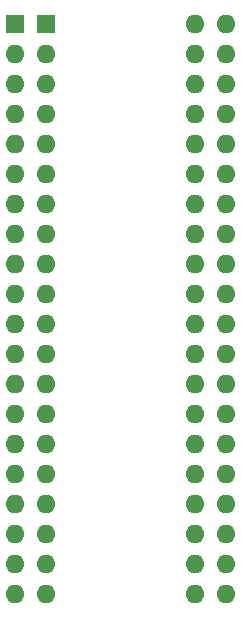
<source format=gbr>
%TF.GenerationSoftware,KiCad,Pcbnew,7.0.2-0*%
%TF.CreationDate,2024-12-31T08:54:24-08:00*%
%TF.ProjectId,rev2_x_ay_interposer,72657632-5f78-45f6-9179-5f696e746572,1.0*%
%TF.SameCoordinates,Original*%
%TF.FileFunction,Soldermask,Bot*%
%TF.FilePolarity,Negative*%
%FSLAX46Y46*%
G04 Gerber Fmt 4.6, Leading zero omitted, Abs format (unit mm)*
G04 Created by KiCad (PCBNEW 7.0.2-0) date 2024-12-31 08:54:24*
%MOMM*%
%LPD*%
G01*
G04 APERTURE LIST*
%ADD10R,1.600000X1.600000*%
%ADD11O,1.600000X1.600000*%
G04 APERTURE END LIST*
D10*
%TO.C,U101*%
X139446000Y-39826400D03*
D11*
X139446000Y-42366400D03*
X139446000Y-44906400D03*
X139446000Y-47446400D03*
X139446000Y-49986400D03*
X139446000Y-52526400D03*
X139446000Y-55066400D03*
X139446000Y-57606400D03*
X139446000Y-60146400D03*
X139446000Y-62686400D03*
X139446000Y-65226400D03*
X139446000Y-67766400D03*
X139446000Y-70306400D03*
X139446000Y-72846400D03*
X139446000Y-75386400D03*
X139446000Y-77926400D03*
X139446000Y-80466400D03*
X139446000Y-83006400D03*
X139446000Y-85546400D03*
X139446000Y-88086400D03*
X154686000Y-88086400D03*
X154686000Y-85546400D03*
X154686000Y-83006400D03*
X154686000Y-80466400D03*
X154686000Y-77926400D03*
X154686000Y-75386400D03*
X154686000Y-72846400D03*
X154686000Y-70306400D03*
X154686000Y-67766400D03*
X154686000Y-65226400D03*
X154686000Y-62686400D03*
X154686000Y-60146400D03*
X154686000Y-57606400D03*
X154686000Y-55066400D03*
X154686000Y-52526400D03*
X154686000Y-49986400D03*
X154686000Y-47446400D03*
X154686000Y-44906400D03*
X154686000Y-42366400D03*
X154686000Y-39826400D03*
%TD*%
D10*
%TO.C,U102*%
X136878200Y-39826400D03*
D11*
X136878200Y-42366400D03*
X136878200Y-44906400D03*
X136878200Y-47446400D03*
X136878200Y-49986400D03*
X136878200Y-52526400D03*
X136878200Y-55066400D03*
X136878200Y-57606400D03*
X136878200Y-60146400D03*
X136878200Y-62686400D03*
X136878200Y-65226400D03*
X136878200Y-67766400D03*
X136878200Y-70306400D03*
X136878200Y-72846400D03*
X136878200Y-75386400D03*
X136878200Y-77926400D03*
X136878200Y-80466400D03*
X136878200Y-83006400D03*
X136878200Y-85546400D03*
X136878200Y-88086400D03*
X152118200Y-88086400D03*
X152118200Y-85546400D03*
X152118200Y-83006400D03*
X152118200Y-80466400D03*
X152118200Y-77926400D03*
X152118200Y-75386400D03*
X152118200Y-72846400D03*
X152118200Y-70306400D03*
X152118200Y-67766400D03*
X152118200Y-65226400D03*
X152118200Y-62686400D03*
X152118200Y-60146400D03*
X152118200Y-57606400D03*
X152118200Y-55066400D03*
X152118200Y-52526400D03*
X152118200Y-49986400D03*
X152118200Y-47446400D03*
X152118200Y-44906400D03*
X152118200Y-42366400D03*
X152118200Y-39826400D03*
%TD*%
M02*

</source>
